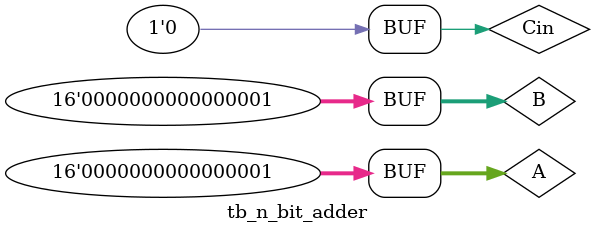
<source format=v>
`timescale 1ns / 1ps

module tb_n_bit_adder;

    parameter N = 16;

    reg [N-1:0] A, B;
    reg Cin;
    wire [N-1:0] Sum;
    wire Cout;

    n_bit_adder #(N) uut (
        .A(A),
        .B(B),
        .Cin(Cin),
        .Sum(Sum),
        .Cout(Cout)
    );

    initial begin
        
        A = 16'b0000000000000001;
        B = 16'b0000000000000001;
        Cin = 1'b0;
        #10; 


    end

endmodule

</source>
